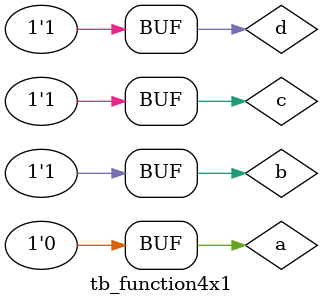
<source format=v>
/*--  *******************************************************
--  Computer Architecture Course, Laboratory Sources 
--  Amirkabir University of Technology (Tehran Polytechnic)
--  Department of Computer Engineering (CE-AUT)
--  https://ce[dot]aut[dot]ac[dot]ir
--  *******************************************************
--  All Rights reserved (C) 2019-2020
--  *******************************************************
--  Student ID  : 
--  Student Name: 
--  Student Mail: 
--  *******************************************************
--  Additional Comments:
--
--*/

/*-----------------------------------------------------------
---  Module Name:  Function Testbench
---  Description: Lab 05 Part 4 
-----------------------------------------------------------*/
`timescale 1 ns/1 ns


module tb_function4x1 ();

	
reg a;
reg b;
reg c;
reg d;
 
wire f;
	function4x1 test_function4x1 (.a(a), .b(b), .c(c), .d(d), .f(f));


	initial 
		begin
		a <= 1'b0; b <= 1'b0; c <= 1'b0; d <= 1'b0;
		# 10 ;
		a <= 1'b1; b <= 1'b0; c <= 1'b0; d <= 1'b1;
		# 10 ;
		a <= 1'b0; b <= 1'b0; c <= 1'b1; d <= 1'b0;
		# 10 ;
		a <= 1'b0; b <= 1'b1; c <= 1'b1; d <= 1'b1;
	end

endmodule


</source>
